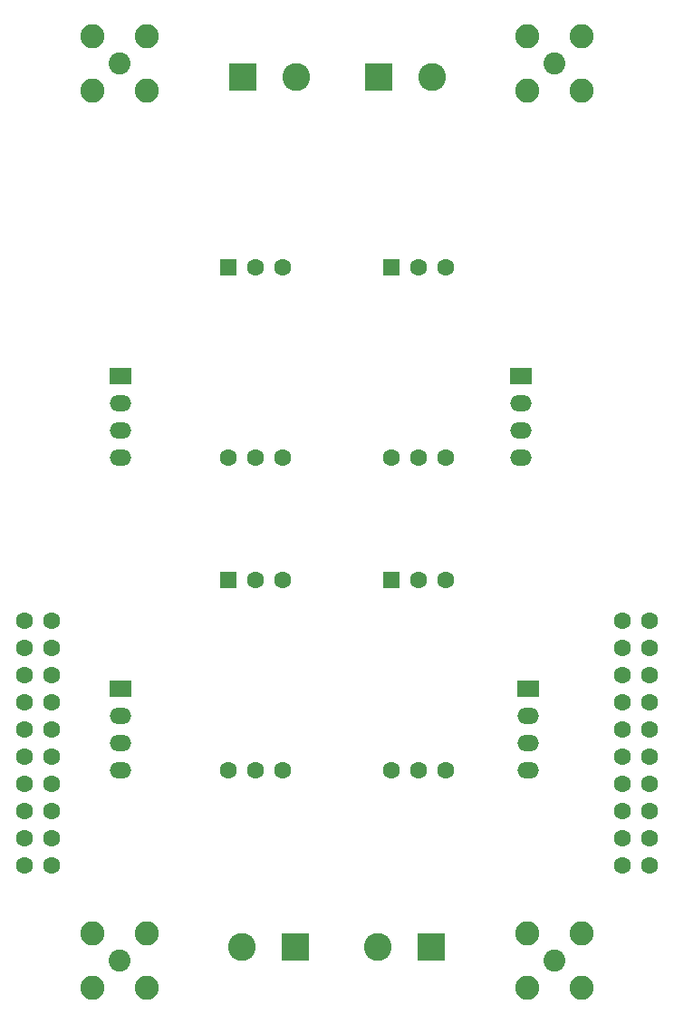
<source format=gbs>
G04 #@! TF.GenerationSoftware,KiCad,Pcbnew,(6.0.0)*
G04 #@! TF.CreationDate,2022-08-16T09:33:42-05:00*
G04 #@! TF.ProjectId,mayfly-atlas-shield,6d617966-6c79-42d6-9174-6c61732d7368,rev?*
G04 #@! TF.SameCoordinates,Original*
G04 #@! TF.FileFunction,Soldermask,Bot*
G04 #@! TF.FilePolarity,Negative*
%FSLAX46Y46*%
G04 Gerber Fmt 4.6, Leading zero omitted, Abs format (unit mm)*
G04 Created by KiCad (PCBNEW (6.0.0)) date 2022-08-16 09:33:42*
%MOMM*%
%LPD*%
G01*
G04 APERTURE LIST*
%ADD10C,1.600000*%
%ADD11R,1.600000X1.600000*%
%ADD12C,2.050000*%
%ADD13C,2.250000*%
%ADD14C,2.600000*%
%ADD15R,2.600000X2.600000*%
%ADD16R,2.000000X1.500000*%
%ADD17O,2.000000X1.500000*%
G04 APERTURE END LIST*
D10*
X125730000Y-140970000D03*
X123190000Y-140970000D03*
X120650000Y-140970000D03*
D11*
X120650000Y-123190000D03*
D10*
X123190000Y-123190000D03*
X125730000Y-123190000D03*
D12*
X135890000Y-158750000D03*
D13*
X133350000Y-156210000D03*
X138430000Y-156210000D03*
X133350000Y-161290000D03*
X138430000Y-161290000D03*
D14*
X106680000Y-157480000D03*
D15*
X111680000Y-157480000D03*
D12*
X95250000Y-158750000D03*
D13*
X92710000Y-161290000D03*
X92710000Y-156210000D03*
X97790000Y-156210000D03*
X97790000Y-161290000D03*
D10*
X110490000Y-93980000D03*
X107950000Y-93980000D03*
D11*
X105410000Y-93980000D03*
D10*
X105410000Y-111760000D03*
X107950000Y-111760000D03*
X110490000Y-111760000D03*
D12*
X95250000Y-74930000D03*
D13*
X92710000Y-77470000D03*
X97790000Y-77470000D03*
X97790000Y-72390000D03*
X92710000Y-72390000D03*
D16*
X133387500Y-133397500D03*
D17*
X133387500Y-135937500D03*
X133387500Y-138477500D03*
X133387500Y-141017500D03*
D10*
X110490000Y-123190000D03*
X107950000Y-123190000D03*
D11*
X105410000Y-123190000D03*
D10*
X105410000Y-140970000D03*
X107950000Y-140970000D03*
X110490000Y-140970000D03*
D16*
X95287500Y-133397500D03*
D17*
X95287500Y-135937500D03*
X95287500Y-138477500D03*
X95287500Y-141017500D03*
D12*
X135890000Y-74930000D03*
D13*
X133350000Y-77470000D03*
X133350000Y-72390000D03*
X138430000Y-72390000D03*
X138430000Y-77470000D03*
D14*
X119380000Y-157480000D03*
D15*
X124380000Y-157480000D03*
D16*
X95287500Y-104187500D03*
D17*
X95287500Y-106727500D03*
X95287500Y-109267500D03*
X95287500Y-111807500D03*
D14*
X124460000Y-76200000D03*
D15*
X119460000Y-76200000D03*
D10*
X125730000Y-93980000D03*
X123190000Y-93980000D03*
D11*
X120650000Y-93980000D03*
D10*
X120650000Y-111760000D03*
X123190000Y-111760000D03*
X125730000Y-111760000D03*
D16*
X132715000Y-104140000D03*
D17*
X132715000Y-106680000D03*
X132715000Y-109220000D03*
X132715000Y-111760000D03*
D14*
X111760000Y-76200000D03*
D15*
X106760000Y-76200000D03*
D10*
X142240000Y-127000000D03*
X142240000Y-129540000D03*
X142240000Y-132080000D03*
X142240000Y-134620000D03*
X142240000Y-137160000D03*
X142240000Y-139700000D03*
X142240000Y-142240000D03*
X142240000Y-144780000D03*
X142240000Y-147320000D03*
X142240000Y-149860000D03*
X144780000Y-149860000D03*
X144780000Y-147320000D03*
X144780000Y-144780000D03*
X144780000Y-142240000D03*
X144780000Y-139700000D03*
X144780000Y-137160000D03*
X144780000Y-134620000D03*
X144780000Y-132080000D03*
X144780000Y-129540000D03*
X144780000Y-127000000D03*
X86360000Y-127000000D03*
X86360000Y-129540000D03*
X86360000Y-132080000D03*
X86360000Y-134620000D03*
X86360000Y-137160000D03*
X86360000Y-139700000D03*
X86360000Y-142240000D03*
X86360000Y-144780000D03*
X86360000Y-147320000D03*
X86360000Y-149860000D03*
X88900000Y-149860000D03*
X88900000Y-147320000D03*
X88900000Y-144780000D03*
X88900000Y-142240000D03*
X88900000Y-139700000D03*
X88900000Y-137160000D03*
X88900000Y-134620000D03*
X88900000Y-132080000D03*
X88900000Y-129540000D03*
X88900000Y-127000000D03*
M02*

</source>
